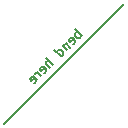
<source format=gbr>
%TF.GenerationSoftware,KiCad,Pcbnew,8.0.7*%
%TF.CreationDate,2025-01-15T17:23:36+01:00*%
%TF.ProjectId,n64rgb_v3.prod,6e363472-6762-45f7-9633-2e70726f642e,20241213.p*%
%TF.SameCoordinates,Original*%
%TF.FileFunction,Legend,Bot*%
%TF.FilePolarity,Positive*%
%FSLAX46Y46*%
G04 Gerber Fmt 4.6, Leading zero omitted, Abs format (unit mm)*
G04 Created by KiCad (PCBNEW 8.0.7) date 2025-01-15 17:23:36*
%MOMM*%
%LPD*%
G01*
G04 APERTURE LIST*
%ADD10C,0.200000*%
%ADD11C,0.150000*%
G04 APERTURE END LIST*
D10*
X116600000Y-121500000D02*
X126700000Y-111400000D01*
D11*
X123163018Y-114049344D02*
X122597332Y-113483659D01*
X122812831Y-113699158D02*
X122732019Y-113726095D01*
X122732019Y-113726095D02*
X122624270Y-113833845D01*
X122624270Y-113833845D02*
X122597332Y-113914657D01*
X122597332Y-113914657D02*
X122597332Y-113968532D01*
X122597332Y-113968532D02*
X122624270Y-114049344D01*
X122624270Y-114049344D02*
X122785894Y-114210969D01*
X122785894Y-114210969D02*
X122866706Y-114237906D01*
X122866706Y-114237906D02*
X122920581Y-114237906D01*
X122920581Y-114237906D02*
X123001393Y-114210969D01*
X123001393Y-114210969D02*
X123109143Y-114103219D01*
X123109143Y-114103219D02*
X123136080Y-114022407D01*
X122408770Y-114749717D02*
X122489582Y-114722779D01*
X122489582Y-114722779D02*
X122597332Y-114615030D01*
X122597332Y-114615030D02*
X122624269Y-114534218D01*
X122624269Y-114534218D02*
X122597332Y-114453405D01*
X122597332Y-114453405D02*
X122381833Y-114237906D01*
X122381833Y-114237906D02*
X122301021Y-114210969D01*
X122301021Y-114210969D02*
X122220208Y-114237906D01*
X122220208Y-114237906D02*
X122112459Y-114345656D01*
X122112459Y-114345656D02*
X122085521Y-114426468D01*
X122085521Y-114426468D02*
X122112459Y-114507280D01*
X122112459Y-114507280D02*
X122166334Y-114561155D01*
X122166334Y-114561155D02*
X122489582Y-114345656D01*
X121789210Y-114668904D02*
X122166334Y-115046028D01*
X121843085Y-114722779D02*
X121789210Y-114722779D01*
X121789210Y-114722779D02*
X121708398Y-114749717D01*
X121708398Y-114749717D02*
X121627586Y-114830529D01*
X121627586Y-114830529D02*
X121600648Y-114911341D01*
X121600648Y-114911341D02*
X121627586Y-114992153D01*
X121627586Y-114992153D02*
X121923897Y-115288465D01*
X121412086Y-115800276D02*
X120846401Y-115234590D01*
X121385149Y-115773338D02*
X121465961Y-115746401D01*
X121465961Y-115746401D02*
X121573711Y-115638651D01*
X121573711Y-115638651D02*
X121600648Y-115557839D01*
X121600648Y-115557839D02*
X121600648Y-115503964D01*
X121600648Y-115503964D02*
X121573711Y-115423152D01*
X121573711Y-115423152D02*
X121412086Y-115261528D01*
X121412086Y-115261528D02*
X121331274Y-115234590D01*
X121331274Y-115234590D02*
X121277399Y-115234590D01*
X121277399Y-115234590D02*
X121196587Y-115261528D01*
X121196587Y-115261528D02*
X121088837Y-115369277D01*
X121088837Y-115369277D02*
X121061900Y-115450089D01*
X120711713Y-116500649D02*
X120146028Y-115934963D01*
X120469277Y-116743085D02*
X120172965Y-116446774D01*
X120172965Y-116446774D02*
X120146028Y-116365962D01*
X120146028Y-116365962D02*
X120172965Y-116285149D01*
X120172965Y-116285149D02*
X120253777Y-116204337D01*
X120253777Y-116204337D02*
X120334590Y-116177400D01*
X120334590Y-116177400D02*
X120388464Y-116177400D01*
X119957466Y-117201021D02*
X120038278Y-117174084D01*
X120038278Y-117174084D02*
X120146027Y-117066334D01*
X120146027Y-117066334D02*
X120172965Y-116985522D01*
X120172965Y-116985522D02*
X120146027Y-116904710D01*
X120146027Y-116904710D02*
X119930528Y-116689211D01*
X119930528Y-116689211D02*
X119849716Y-116662273D01*
X119849716Y-116662273D02*
X119768904Y-116689211D01*
X119768904Y-116689211D02*
X119661154Y-116796960D01*
X119661154Y-116796960D02*
X119634217Y-116877773D01*
X119634217Y-116877773D02*
X119661154Y-116958585D01*
X119661154Y-116958585D02*
X119715029Y-117012460D01*
X119715029Y-117012460D02*
X120038278Y-116796960D01*
X119715029Y-117497333D02*
X119337906Y-117120209D01*
X119445655Y-117227959D02*
X119364843Y-117201021D01*
X119364843Y-117201021D02*
X119310968Y-117201021D01*
X119310968Y-117201021D02*
X119230156Y-117227959D01*
X119230156Y-117227959D02*
X119176281Y-117281833D01*
X119122407Y-118036081D02*
X119203219Y-118009143D01*
X119203219Y-118009143D02*
X119310968Y-117901394D01*
X119310968Y-117901394D02*
X119337906Y-117820581D01*
X119337906Y-117820581D02*
X119310968Y-117739769D01*
X119310968Y-117739769D02*
X119095469Y-117524270D01*
X119095469Y-117524270D02*
X119014657Y-117497332D01*
X119014657Y-117497332D02*
X118933845Y-117524270D01*
X118933845Y-117524270D02*
X118826095Y-117632019D01*
X118826095Y-117632019D02*
X118799158Y-117712832D01*
X118799158Y-117712832D02*
X118826095Y-117793644D01*
X118826095Y-117793644D02*
X118879970Y-117847519D01*
X118879970Y-117847519D02*
X119203219Y-117632019D01*
M02*

</source>
